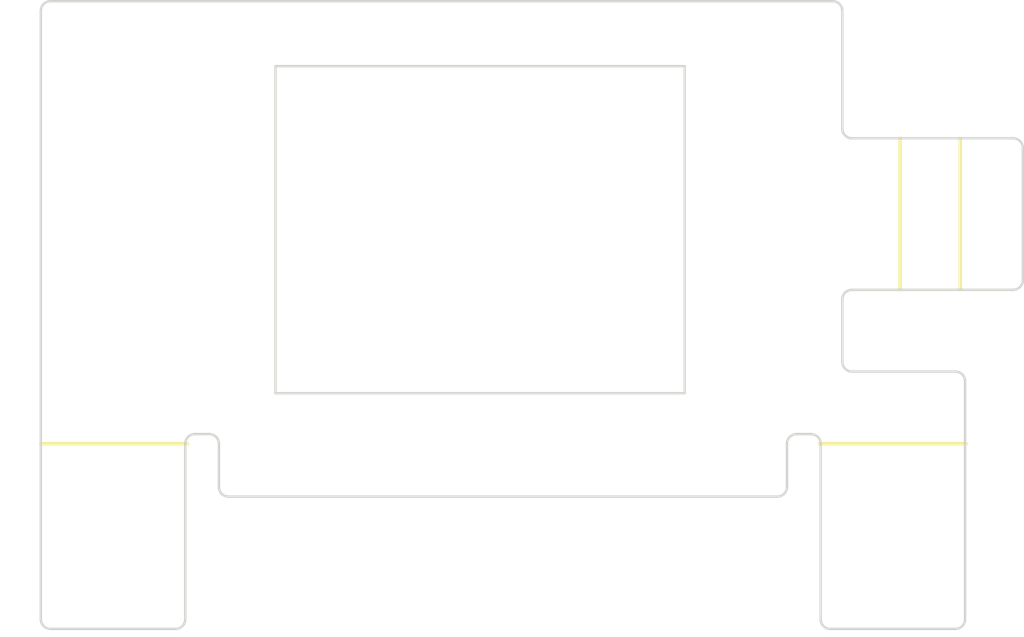
<source format=kicad_pcb>
(kicad_pcb (version 20240108) (generator "pcbnew") (generator_version "8.0")
  (layers (0 "F.Cu" signal) (31 "B.Cu" signal) (34 "B.Paste" user) (35 "F.Paste" user) (36 "B.SilkS" user "B.Silkscreen") (37 "F.SilkS" user "F.Silkscreen") (38 "B.Mask" user) (39 "F.Mask" user) (44 "Edge.Cuts" user))
  (net 0 "")
  (footprint "alxlab:2.6mm Hole" (layer "F.Cu") (at 122.5 75.2)
    (property "Reference" "REF**" (hide yes))
    (property "Value" "2.6mm Hole")
    (pad "" np_thru_hole circle (at 0 0) (size 2.6 2.6) (drill 2.6) (layers "F&B.Cu" "*.Mask"))
  )
  (footprint "alxlab:2.6mm Hole" (layer "F.Cu") (at 90.1 75.2)
    (property "Reference" "REF**" (hide yes))
    (property "Value" "2.6mm Hole")
    (pad "" np_thru_hole circle (at 0 0) (size 2.6 2.6) (drill 2.6) (layers "F&B.Cu" "*.Mask"))
  )
  (gr_line (start 125.3 64.1) (end 125.3 57.8) (stroke (width 0.15)) (layer "F.SilkS"))
  (gr_line (start 87.1 70.5) (end 93.2 70.5) (stroke (width 0.15)) (layer "F.SilkS"))
  (gr_line (start 122.8 64.1) (end 122.8 57.8) (stroke (width 0.15)) (layer "F.SilkS"))
  (gr_line (start 119.45 70.5) (end 125.55 70.5) (stroke (width 0.15)) (layer "F.SilkS"))
  (gr_arc (start 93.1 77.8) (mid 92.982843 78.082843) (end 92.7 78.2) (stroke (width 0.1)) (layer "Edge.Cuts"))
  (gr_arc (start 87.5 78.2) (mid 87.217157 78.082843) (end 87.1 77.8) (stroke (width 0.1)) (layer "Edge.Cuts"))
  (gr_arc (start 118.099998 70.5) (mid 118.217156 70.217156) (end 118.5 70.1) (stroke (width 0.1)) (layer "Edge.Cuts"))
  (gr_arc (start 94.9 72.7) (mid 94.617157 72.582843) (end 94.5 72.3) (stroke (width 0.1)) (layer "Edge.Cuts"))
  (gr_arc (start 119.9 78.2) (mid 119.617157 78.082843) (end 119.5 77.8) (stroke (width 0.1)) (layer "Edge.Cuts"))
  (gr_line (start 127.5 57.8) (end 122.8 57.8) (stroke (width 0.1)) (layer "Edge.Cuts"))
  (gr_arc (start 94.1 70.1) (mid 94.382843 70.217157) (end 94.5 70.5) (stroke (width 0.1)) (layer "Edge.Cuts"))
  (gr_line (start 94.9 72.7) (end 117.7 72.7) (stroke (width 0.1)) (layer "Edge.Cuts"))
  (gr_arc (start 127.5 57.8) (mid 127.782843 57.917157) (end 127.9 58.2) (stroke (width 0.1)) (layer "Edge.Cuts"))
  (gr_arc (start 120.8 67.5) (mid 120.517158 67.382843) (end 120.4 67.1) (stroke (width 0.1)) (layer "Edge.Cuts"))
  (gr_line (start 122.8 57.8) (end 120.8 57.8) (stroke (width 0.1)) (layer "Edge.Cuts"))
  (gr_arc (start 118.1 72.3) (mid 117.982843 72.582842) (end 117.7 72.7) (stroke (width 0.1)) (layer "Edge.Cuts"))
  (gr_line (start 119.5 70.5) (end 119.5 77.8) (stroke (width 0.1)) (layer "Edge.Cuts"))
  (gr_arc (start 125.5 77.8) (mid 125.382843 78.082842) (end 125.1 78.2) (stroke (width 0.1)) (layer "Edge.Cuts"))
  (gr_arc (start 125.1 67.5) (mid 125.382842 67.617157) (end 125.5 67.9) (stroke (width 0.1)) (layer "Edge.Cuts"))
  (gr_line (start 113.85 68.4) (end 96.85 68.4) (stroke (width 0.1)) (layer "Edge.Cuts"))
  (gr_line (start 127.9 63.7) (end 127.9 58.2) (stroke (width 0.1)) (layer "Edge.Cuts"))
  (gr_line (start 96.85 68.4) (end 96.85 54.8) (stroke (width 0.1)) (layer "Edge.Cuts"))
  (gr_line (start 122.8 64.1) (end 127.5 64.1) (stroke (width 0.1)) (layer "Edge.Cuts"))
  (gr_arc (start 93.1 70.5) (mid 93.217157 70.217157) (end 93.5 70.1) (stroke (width 0.1)) (layer "Edge.Cuts"))
  (gr_arc (start 120 52.1) (mid 120.282842 52.217157) (end 120.4 52.5) (stroke (width 0.1)) (layer "Edge.Cuts"))
  (gr_arc (start 87.1 52.5) (mid 87.217157 52.217157) (end 87.5 52.1) (stroke (width 0.1)) (layer "Edge.Cuts"))
  (gr_line (start 93.1 77.8) (end 93.1 70.5) (stroke (width 0.1)) (layer "Edge.Cuts"))
  (gr_line (start 125.5 77.8) (end 125.5 67.9) (stroke (width 0.1)) (layer "Edge.Cuts"))
  (gr_line (start 93.5 70.1) (end 94.1 70.1) (stroke (width 0.1)) (layer "Edge.Cuts"))
  (gr_line (start 118.5 70.1) (end 119.1 70.1) (stroke (width 0.1)) (layer "Edge.Cuts"))
  (gr_line (start 94.5 70.5) (end 94.5 72.3) (stroke (width 0.1)) (layer "Edge.Cuts"))
  (gr_line (start 96.85 54.8) (end 113.85 54.8) (stroke (width 0.1)) (layer "Edge.Cuts"))
  (gr_arc (start 120.8 57.8) (mid 120.517158 57.682843) (end 120.4 57.4) (stroke (width 0.1)) (layer "Edge.Cuts"))
  (gr_line (start 120.4 67.1) (end 120.4 64.5) (stroke (width 0.1)) (layer "Edge.Cuts"))
  (gr_arc (start 127.9 63.7) (mid 127.782843 63.982843) (end 127.5 64.1) (stroke (width 0.1)) (layer "Edge.Cuts"))
  (gr_arc (start 120.4 64.5) (mid 120.517157 64.217158) (end 120.8 64.1) (stroke (width 0.1)) (layer "Edge.Cuts"))
  (gr_arc (start 119.1 70.1) (mid 119.382843 70.217157) (end 119.5 70.5) (stroke (width 0.1)) (layer "Edge.Cuts"))
  (gr_line (start 87.5 78.2) (end 92.7 78.2) (stroke (width 0.1)) (layer "Edge.Cuts"))
  (gr_line (start 120.8 64.1) (end 122.8 64.1) (stroke (width 0.1)) (layer "Edge.Cuts"))
  (gr_line (start 113.85 54.8) (end 113.85 68.4) (stroke (width 0.1)) (layer "Edge.Cuts"))
  (gr_line (start 118.1 72.3) (end 118.099998 70.5) (stroke (width 0.1)) (layer "Edge.Cuts"))
  (gr_line (start 87.1 52.5) (end 87.1 77.8) (stroke (width 0.1)) (layer "Edge.Cuts"))
  (gr_line (start 120.4 57.4) (end 120.4 52.5) (stroke (width 0.1)) (layer "Edge.Cuts"))
  (gr_line (start 119.9 78.2) (end 125.1 78.2) (stroke (width 0.1)) (layer "Edge.Cuts"))
  (gr_line (start 120 52.1) (end 87.5 52.1) (stroke (width 0.1)) (layer "Edge.Cuts"))
  (gr_line (start 125.1 67.5) (end 120.8 67.5) (stroke (width 0.1)) (layer "Edge.Cuts"))
)
</source>
